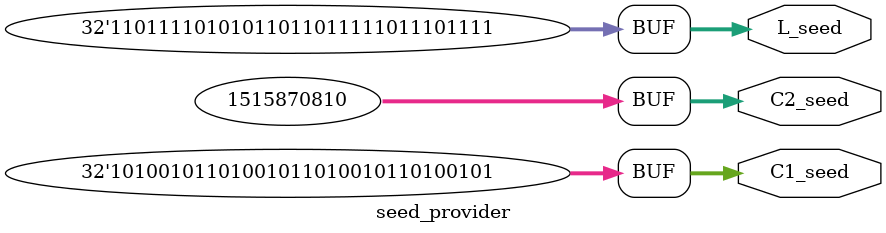
<source format=v>
`timescale 1ns / 1ps


module seed_provider (
    output [31:0] C1_seed,
    output [31:0] C2_seed,
    output [31:0] L_seed
);
    assign C1_seed = 32'hA5A5A5A5;
    assign C2_seed = 32'h5A5A5A5A;
    assign L_seed  = 32'hDEADBEEF;
endmodule


</source>
